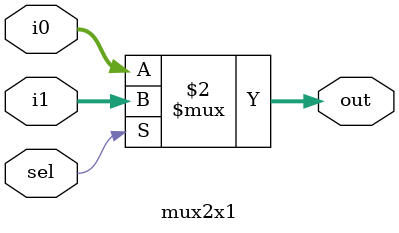
<source format=sv>
module mux2x1(
  input logic [7:0] i0, i1,
  input logic sel,
  output logic [7:0] out
);

  always_comb begin
    out = (sel) ? (i1) : (i0);
  end

endmodule
</source>
